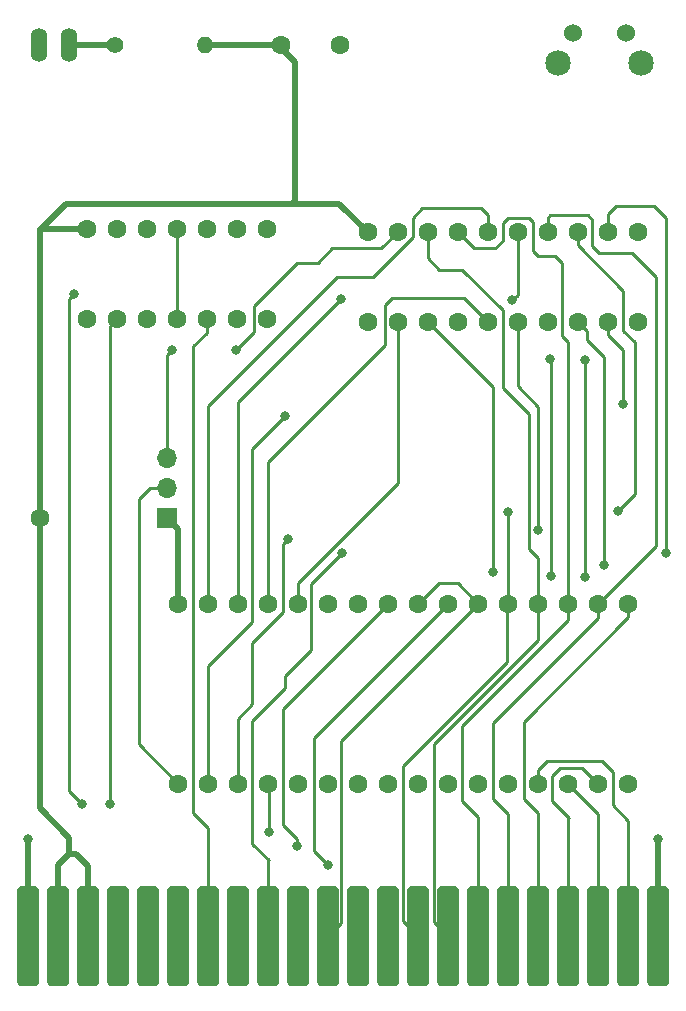
<source format=gbr>
G04 #@! TF.GenerationSoftware,KiCad,Pcbnew,(5.1.2)-2*
G04 #@! TF.CreationDate,2020-09-20T10:45:48+02:00*
G04 #@! TF.ProjectId,FCIII+e5frog134_double_holes_HCT04,46434949-492b-4653-9566-726f67313334,rev?*
G04 #@! TF.SameCoordinates,Original*
G04 #@! TF.FileFunction,Copper,L1,Top*
G04 #@! TF.FilePolarity,Positive*
%FSLAX46Y46*%
G04 Gerber Fmt 4.6, Leading zero omitted, Abs format (unit mm)*
G04 Created by KiCad (PCBNEW (5.1.2)-2) date 2020-09-20 10:45:48*
%MOMM*%
%LPD*%
G04 APERTURE LIST*
%ADD10C,1.600000*%
%ADD11O,1.400000X1.400000*%
%ADD12C,1.400000*%
%ADD13O,1.700000X1.700000*%
%ADD14R,1.700000X1.700000*%
%ADD15C,1.600200*%
%ADD16O,1.422400X2.844800*%
%ADD17C,0.100000*%
%ADD18C,1.900000*%
%ADD19C,2.159000*%
%ADD20C,1.524000*%
%ADD21C,0.800000*%
%ADD22C,0.250000*%
%ADD23C,0.500000*%
%ADD24C,0.406400*%
G04 APERTURE END LIST*
D10*
X148200000Y-66800000D03*
X143200000Y-66800000D03*
D11*
X136820000Y-66800000D03*
D12*
X129200000Y-66800000D03*
D13*
X133600000Y-101720000D03*
X133600000Y-104260000D03*
D14*
X133600000Y-106800000D03*
D15*
X134531100Y-114088600D03*
X137071100Y-114088600D03*
X139611100Y-114088600D03*
X142151100Y-114088600D03*
X144691100Y-114088600D03*
X147231100Y-114088600D03*
X149771100Y-114088600D03*
X152311100Y-114088600D03*
X154851100Y-114088600D03*
X157391100Y-114088600D03*
X159931100Y-114088600D03*
X162471100Y-114088600D03*
X165011100Y-114088600D03*
X167551100Y-114088600D03*
X170091100Y-114088600D03*
X172631100Y-114088600D03*
X172631100Y-129328600D03*
X170091100Y-129328600D03*
X167551100Y-129328600D03*
X165011100Y-129328600D03*
X162471100Y-129328600D03*
X159931100Y-129328600D03*
X157391100Y-129328600D03*
X154851100Y-129328600D03*
X152311100Y-129328600D03*
X149771100Y-129328600D03*
X147231100Y-129328600D03*
X144691100Y-129328600D03*
X142151100Y-129328600D03*
X139611100Y-129328600D03*
X137071100Y-129328600D03*
X134531100Y-129328600D03*
X150570000Y-82590000D03*
X153110000Y-82590000D03*
X155650000Y-82590000D03*
X158190000Y-82590000D03*
X160730000Y-82590000D03*
X163270000Y-82590000D03*
X165810000Y-82590000D03*
X168350000Y-82590000D03*
X170890000Y-82590000D03*
X173430000Y-82590000D03*
X173430000Y-90210000D03*
X170890000Y-90210000D03*
X168350000Y-90210000D03*
X165810000Y-90210000D03*
X163270000Y-90210000D03*
X160730000Y-90210000D03*
X158190000Y-90210000D03*
X155650000Y-90210000D03*
X153110000Y-90210000D03*
X150570000Y-90210000D03*
X126780000Y-82390000D03*
X129320000Y-82390000D03*
X131860000Y-82390000D03*
X134400000Y-82390000D03*
X136940000Y-82390000D03*
X139480000Y-82390000D03*
X142020000Y-82390000D03*
X142020000Y-90010000D03*
X139480000Y-90010000D03*
X136940000Y-90010000D03*
X134400000Y-90010000D03*
X131860000Y-90010000D03*
X129320000Y-90010000D03*
X126780000Y-90010000D03*
D16*
X122730000Y-66800000D03*
X125270000Y-66800000D03*
D17*
G36*
X175695158Y-137975887D02*
G01*
X175741268Y-137982727D01*
X175786485Y-137994053D01*
X175830375Y-138009757D01*
X175872513Y-138029687D01*
X175912496Y-138053652D01*
X175949937Y-138081420D01*
X175984476Y-138112724D01*
X176015780Y-138147263D01*
X176043548Y-138184704D01*
X176067513Y-138224687D01*
X176087443Y-138266825D01*
X176103147Y-138310715D01*
X176114473Y-138355932D01*
X176121313Y-138402042D01*
X176123600Y-138448600D01*
X176123600Y-145998600D01*
X176121313Y-146045158D01*
X176114473Y-146091268D01*
X176103147Y-146136485D01*
X176087443Y-146180375D01*
X176067513Y-146222513D01*
X176043548Y-146262496D01*
X176015780Y-146299937D01*
X175984476Y-146334476D01*
X175949937Y-146365780D01*
X175912496Y-146393548D01*
X175872513Y-146417513D01*
X175830375Y-146437443D01*
X175786485Y-146453147D01*
X175741268Y-146464473D01*
X175695158Y-146471313D01*
X175648600Y-146473600D01*
X174698600Y-146473600D01*
X174652042Y-146471313D01*
X174605932Y-146464473D01*
X174560715Y-146453147D01*
X174516825Y-146437443D01*
X174474687Y-146417513D01*
X174434704Y-146393548D01*
X174397263Y-146365780D01*
X174362724Y-146334476D01*
X174331420Y-146299937D01*
X174303652Y-146262496D01*
X174279687Y-146222513D01*
X174259757Y-146180375D01*
X174244053Y-146136485D01*
X174232727Y-146091268D01*
X174225887Y-146045158D01*
X174223600Y-145998600D01*
X174223600Y-138448600D01*
X174225887Y-138402042D01*
X174232727Y-138355932D01*
X174244053Y-138310715D01*
X174259757Y-138266825D01*
X174279687Y-138224687D01*
X174303652Y-138184704D01*
X174331420Y-138147263D01*
X174362724Y-138112724D01*
X174397263Y-138081420D01*
X174434704Y-138053652D01*
X174474687Y-138029687D01*
X174516825Y-138009757D01*
X174560715Y-137994053D01*
X174605932Y-137982727D01*
X174652042Y-137975887D01*
X174698600Y-137973600D01*
X175648600Y-137973600D01*
X175695158Y-137975887D01*
X175695158Y-137975887D01*
G37*
D18*
X175173600Y-142223600D03*
D17*
G36*
X173155158Y-137975887D02*
G01*
X173201268Y-137982727D01*
X173246485Y-137994053D01*
X173290375Y-138009757D01*
X173332513Y-138029687D01*
X173372496Y-138053652D01*
X173409937Y-138081420D01*
X173444476Y-138112724D01*
X173475780Y-138147263D01*
X173503548Y-138184704D01*
X173527513Y-138224687D01*
X173547443Y-138266825D01*
X173563147Y-138310715D01*
X173574473Y-138355932D01*
X173581313Y-138402042D01*
X173583600Y-138448600D01*
X173583600Y-145998600D01*
X173581313Y-146045158D01*
X173574473Y-146091268D01*
X173563147Y-146136485D01*
X173547443Y-146180375D01*
X173527513Y-146222513D01*
X173503548Y-146262496D01*
X173475780Y-146299937D01*
X173444476Y-146334476D01*
X173409937Y-146365780D01*
X173372496Y-146393548D01*
X173332513Y-146417513D01*
X173290375Y-146437443D01*
X173246485Y-146453147D01*
X173201268Y-146464473D01*
X173155158Y-146471313D01*
X173108600Y-146473600D01*
X172158600Y-146473600D01*
X172112042Y-146471313D01*
X172065932Y-146464473D01*
X172020715Y-146453147D01*
X171976825Y-146437443D01*
X171934687Y-146417513D01*
X171894704Y-146393548D01*
X171857263Y-146365780D01*
X171822724Y-146334476D01*
X171791420Y-146299937D01*
X171763652Y-146262496D01*
X171739687Y-146222513D01*
X171719757Y-146180375D01*
X171704053Y-146136485D01*
X171692727Y-146091268D01*
X171685887Y-146045158D01*
X171683600Y-145998600D01*
X171683600Y-138448600D01*
X171685887Y-138402042D01*
X171692727Y-138355932D01*
X171704053Y-138310715D01*
X171719757Y-138266825D01*
X171739687Y-138224687D01*
X171763652Y-138184704D01*
X171791420Y-138147263D01*
X171822724Y-138112724D01*
X171857263Y-138081420D01*
X171894704Y-138053652D01*
X171934687Y-138029687D01*
X171976825Y-138009757D01*
X172020715Y-137994053D01*
X172065932Y-137982727D01*
X172112042Y-137975887D01*
X172158600Y-137973600D01*
X173108600Y-137973600D01*
X173155158Y-137975887D01*
X173155158Y-137975887D01*
G37*
D18*
X172633600Y-142223600D03*
D17*
G36*
X170615158Y-137975887D02*
G01*
X170661268Y-137982727D01*
X170706485Y-137994053D01*
X170750375Y-138009757D01*
X170792513Y-138029687D01*
X170832496Y-138053652D01*
X170869937Y-138081420D01*
X170904476Y-138112724D01*
X170935780Y-138147263D01*
X170963548Y-138184704D01*
X170987513Y-138224687D01*
X171007443Y-138266825D01*
X171023147Y-138310715D01*
X171034473Y-138355932D01*
X171041313Y-138402042D01*
X171043600Y-138448600D01*
X171043600Y-145998600D01*
X171041313Y-146045158D01*
X171034473Y-146091268D01*
X171023147Y-146136485D01*
X171007443Y-146180375D01*
X170987513Y-146222513D01*
X170963548Y-146262496D01*
X170935780Y-146299937D01*
X170904476Y-146334476D01*
X170869937Y-146365780D01*
X170832496Y-146393548D01*
X170792513Y-146417513D01*
X170750375Y-146437443D01*
X170706485Y-146453147D01*
X170661268Y-146464473D01*
X170615158Y-146471313D01*
X170568600Y-146473600D01*
X169618600Y-146473600D01*
X169572042Y-146471313D01*
X169525932Y-146464473D01*
X169480715Y-146453147D01*
X169436825Y-146437443D01*
X169394687Y-146417513D01*
X169354704Y-146393548D01*
X169317263Y-146365780D01*
X169282724Y-146334476D01*
X169251420Y-146299937D01*
X169223652Y-146262496D01*
X169199687Y-146222513D01*
X169179757Y-146180375D01*
X169164053Y-146136485D01*
X169152727Y-146091268D01*
X169145887Y-146045158D01*
X169143600Y-145998600D01*
X169143600Y-138448600D01*
X169145887Y-138402042D01*
X169152727Y-138355932D01*
X169164053Y-138310715D01*
X169179757Y-138266825D01*
X169199687Y-138224687D01*
X169223652Y-138184704D01*
X169251420Y-138147263D01*
X169282724Y-138112724D01*
X169317263Y-138081420D01*
X169354704Y-138053652D01*
X169394687Y-138029687D01*
X169436825Y-138009757D01*
X169480715Y-137994053D01*
X169525932Y-137982727D01*
X169572042Y-137975887D01*
X169618600Y-137973600D01*
X170568600Y-137973600D01*
X170615158Y-137975887D01*
X170615158Y-137975887D01*
G37*
D18*
X170093600Y-142223600D03*
D17*
G36*
X168075158Y-137975887D02*
G01*
X168121268Y-137982727D01*
X168166485Y-137994053D01*
X168210375Y-138009757D01*
X168252513Y-138029687D01*
X168292496Y-138053652D01*
X168329937Y-138081420D01*
X168364476Y-138112724D01*
X168395780Y-138147263D01*
X168423548Y-138184704D01*
X168447513Y-138224687D01*
X168467443Y-138266825D01*
X168483147Y-138310715D01*
X168494473Y-138355932D01*
X168501313Y-138402042D01*
X168503600Y-138448600D01*
X168503600Y-145998600D01*
X168501313Y-146045158D01*
X168494473Y-146091268D01*
X168483147Y-146136485D01*
X168467443Y-146180375D01*
X168447513Y-146222513D01*
X168423548Y-146262496D01*
X168395780Y-146299937D01*
X168364476Y-146334476D01*
X168329937Y-146365780D01*
X168292496Y-146393548D01*
X168252513Y-146417513D01*
X168210375Y-146437443D01*
X168166485Y-146453147D01*
X168121268Y-146464473D01*
X168075158Y-146471313D01*
X168028600Y-146473600D01*
X167078600Y-146473600D01*
X167032042Y-146471313D01*
X166985932Y-146464473D01*
X166940715Y-146453147D01*
X166896825Y-146437443D01*
X166854687Y-146417513D01*
X166814704Y-146393548D01*
X166777263Y-146365780D01*
X166742724Y-146334476D01*
X166711420Y-146299937D01*
X166683652Y-146262496D01*
X166659687Y-146222513D01*
X166639757Y-146180375D01*
X166624053Y-146136485D01*
X166612727Y-146091268D01*
X166605887Y-146045158D01*
X166603600Y-145998600D01*
X166603600Y-138448600D01*
X166605887Y-138402042D01*
X166612727Y-138355932D01*
X166624053Y-138310715D01*
X166639757Y-138266825D01*
X166659687Y-138224687D01*
X166683652Y-138184704D01*
X166711420Y-138147263D01*
X166742724Y-138112724D01*
X166777263Y-138081420D01*
X166814704Y-138053652D01*
X166854687Y-138029687D01*
X166896825Y-138009757D01*
X166940715Y-137994053D01*
X166985932Y-137982727D01*
X167032042Y-137975887D01*
X167078600Y-137973600D01*
X168028600Y-137973600D01*
X168075158Y-137975887D01*
X168075158Y-137975887D01*
G37*
D18*
X167553600Y-142223600D03*
D17*
G36*
X165535158Y-137975887D02*
G01*
X165581268Y-137982727D01*
X165626485Y-137994053D01*
X165670375Y-138009757D01*
X165712513Y-138029687D01*
X165752496Y-138053652D01*
X165789937Y-138081420D01*
X165824476Y-138112724D01*
X165855780Y-138147263D01*
X165883548Y-138184704D01*
X165907513Y-138224687D01*
X165927443Y-138266825D01*
X165943147Y-138310715D01*
X165954473Y-138355932D01*
X165961313Y-138402042D01*
X165963600Y-138448600D01*
X165963600Y-145998600D01*
X165961313Y-146045158D01*
X165954473Y-146091268D01*
X165943147Y-146136485D01*
X165927443Y-146180375D01*
X165907513Y-146222513D01*
X165883548Y-146262496D01*
X165855780Y-146299937D01*
X165824476Y-146334476D01*
X165789937Y-146365780D01*
X165752496Y-146393548D01*
X165712513Y-146417513D01*
X165670375Y-146437443D01*
X165626485Y-146453147D01*
X165581268Y-146464473D01*
X165535158Y-146471313D01*
X165488600Y-146473600D01*
X164538600Y-146473600D01*
X164492042Y-146471313D01*
X164445932Y-146464473D01*
X164400715Y-146453147D01*
X164356825Y-146437443D01*
X164314687Y-146417513D01*
X164274704Y-146393548D01*
X164237263Y-146365780D01*
X164202724Y-146334476D01*
X164171420Y-146299937D01*
X164143652Y-146262496D01*
X164119687Y-146222513D01*
X164099757Y-146180375D01*
X164084053Y-146136485D01*
X164072727Y-146091268D01*
X164065887Y-146045158D01*
X164063600Y-145998600D01*
X164063600Y-138448600D01*
X164065887Y-138402042D01*
X164072727Y-138355932D01*
X164084053Y-138310715D01*
X164099757Y-138266825D01*
X164119687Y-138224687D01*
X164143652Y-138184704D01*
X164171420Y-138147263D01*
X164202724Y-138112724D01*
X164237263Y-138081420D01*
X164274704Y-138053652D01*
X164314687Y-138029687D01*
X164356825Y-138009757D01*
X164400715Y-137994053D01*
X164445932Y-137982727D01*
X164492042Y-137975887D01*
X164538600Y-137973600D01*
X165488600Y-137973600D01*
X165535158Y-137975887D01*
X165535158Y-137975887D01*
G37*
D18*
X165013600Y-142223600D03*
D17*
G36*
X162995158Y-137975887D02*
G01*
X163041268Y-137982727D01*
X163086485Y-137994053D01*
X163130375Y-138009757D01*
X163172513Y-138029687D01*
X163212496Y-138053652D01*
X163249937Y-138081420D01*
X163284476Y-138112724D01*
X163315780Y-138147263D01*
X163343548Y-138184704D01*
X163367513Y-138224687D01*
X163387443Y-138266825D01*
X163403147Y-138310715D01*
X163414473Y-138355932D01*
X163421313Y-138402042D01*
X163423600Y-138448600D01*
X163423600Y-145998600D01*
X163421313Y-146045158D01*
X163414473Y-146091268D01*
X163403147Y-146136485D01*
X163387443Y-146180375D01*
X163367513Y-146222513D01*
X163343548Y-146262496D01*
X163315780Y-146299937D01*
X163284476Y-146334476D01*
X163249937Y-146365780D01*
X163212496Y-146393548D01*
X163172513Y-146417513D01*
X163130375Y-146437443D01*
X163086485Y-146453147D01*
X163041268Y-146464473D01*
X162995158Y-146471313D01*
X162948600Y-146473600D01*
X161998600Y-146473600D01*
X161952042Y-146471313D01*
X161905932Y-146464473D01*
X161860715Y-146453147D01*
X161816825Y-146437443D01*
X161774687Y-146417513D01*
X161734704Y-146393548D01*
X161697263Y-146365780D01*
X161662724Y-146334476D01*
X161631420Y-146299937D01*
X161603652Y-146262496D01*
X161579687Y-146222513D01*
X161559757Y-146180375D01*
X161544053Y-146136485D01*
X161532727Y-146091268D01*
X161525887Y-146045158D01*
X161523600Y-145998600D01*
X161523600Y-138448600D01*
X161525887Y-138402042D01*
X161532727Y-138355932D01*
X161544053Y-138310715D01*
X161559757Y-138266825D01*
X161579687Y-138224687D01*
X161603652Y-138184704D01*
X161631420Y-138147263D01*
X161662724Y-138112724D01*
X161697263Y-138081420D01*
X161734704Y-138053652D01*
X161774687Y-138029687D01*
X161816825Y-138009757D01*
X161860715Y-137994053D01*
X161905932Y-137982727D01*
X161952042Y-137975887D01*
X161998600Y-137973600D01*
X162948600Y-137973600D01*
X162995158Y-137975887D01*
X162995158Y-137975887D01*
G37*
D18*
X162473600Y-142223600D03*
D17*
G36*
X160455158Y-137975887D02*
G01*
X160501268Y-137982727D01*
X160546485Y-137994053D01*
X160590375Y-138009757D01*
X160632513Y-138029687D01*
X160672496Y-138053652D01*
X160709937Y-138081420D01*
X160744476Y-138112724D01*
X160775780Y-138147263D01*
X160803548Y-138184704D01*
X160827513Y-138224687D01*
X160847443Y-138266825D01*
X160863147Y-138310715D01*
X160874473Y-138355932D01*
X160881313Y-138402042D01*
X160883600Y-138448600D01*
X160883600Y-145998600D01*
X160881313Y-146045158D01*
X160874473Y-146091268D01*
X160863147Y-146136485D01*
X160847443Y-146180375D01*
X160827513Y-146222513D01*
X160803548Y-146262496D01*
X160775780Y-146299937D01*
X160744476Y-146334476D01*
X160709937Y-146365780D01*
X160672496Y-146393548D01*
X160632513Y-146417513D01*
X160590375Y-146437443D01*
X160546485Y-146453147D01*
X160501268Y-146464473D01*
X160455158Y-146471313D01*
X160408600Y-146473600D01*
X159458600Y-146473600D01*
X159412042Y-146471313D01*
X159365932Y-146464473D01*
X159320715Y-146453147D01*
X159276825Y-146437443D01*
X159234687Y-146417513D01*
X159194704Y-146393548D01*
X159157263Y-146365780D01*
X159122724Y-146334476D01*
X159091420Y-146299937D01*
X159063652Y-146262496D01*
X159039687Y-146222513D01*
X159019757Y-146180375D01*
X159004053Y-146136485D01*
X158992727Y-146091268D01*
X158985887Y-146045158D01*
X158983600Y-145998600D01*
X158983600Y-138448600D01*
X158985887Y-138402042D01*
X158992727Y-138355932D01*
X159004053Y-138310715D01*
X159019757Y-138266825D01*
X159039687Y-138224687D01*
X159063652Y-138184704D01*
X159091420Y-138147263D01*
X159122724Y-138112724D01*
X159157263Y-138081420D01*
X159194704Y-138053652D01*
X159234687Y-138029687D01*
X159276825Y-138009757D01*
X159320715Y-137994053D01*
X159365932Y-137982727D01*
X159412042Y-137975887D01*
X159458600Y-137973600D01*
X160408600Y-137973600D01*
X160455158Y-137975887D01*
X160455158Y-137975887D01*
G37*
D18*
X159933600Y-142223600D03*
D17*
G36*
X157915158Y-137975887D02*
G01*
X157961268Y-137982727D01*
X158006485Y-137994053D01*
X158050375Y-138009757D01*
X158092513Y-138029687D01*
X158132496Y-138053652D01*
X158169937Y-138081420D01*
X158204476Y-138112724D01*
X158235780Y-138147263D01*
X158263548Y-138184704D01*
X158287513Y-138224687D01*
X158307443Y-138266825D01*
X158323147Y-138310715D01*
X158334473Y-138355932D01*
X158341313Y-138402042D01*
X158343600Y-138448600D01*
X158343600Y-145998600D01*
X158341313Y-146045158D01*
X158334473Y-146091268D01*
X158323147Y-146136485D01*
X158307443Y-146180375D01*
X158287513Y-146222513D01*
X158263548Y-146262496D01*
X158235780Y-146299937D01*
X158204476Y-146334476D01*
X158169937Y-146365780D01*
X158132496Y-146393548D01*
X158092513Y-146417513D01*
X158050375Y-146437443D01*
X158006485Y-146453147D01*
X157961268Y-146464473D01*
X157915158Y-146471313D01*
X157868600Y-146473600D01*
X156918600Y-146473600D01*
X156872042Y-146471313D01*
X156825932Y-146464473D01*
X156780715Y-146453147D01*
X156736825Y-146437443D01*
X156694687Y-146417513D01*
X156654704Y-146393548D01*
X156617263Y-146365780D01*
X156582724Y-146334476D01*
X156551420Y-146299937D01*
X156523652Y-146262496D01*
X156499687Y-146222513D01*
X156479757Y-146180375D01*
X156464053Y-146136485D01*
X156452727Y-146091268D01*
X156445887Y-146045158D01*
X156443600Y-145998600D01*
X156443600Y-138448600D01*
X156445887Y-138402042D01*
X156452727Y-138355932D01*
X156464053Y-138310715D01*
X156479757Y-138266825D01*
X156499687Y-138224687D01*
X156523652Y-138184704D01*
X156551420Y-138147263D01*
X156582724Y-138112724D01*
X156617263Y-138081420D01*
X156654704Y-138053652D01*
X156694687Y-138029687D01*
X156736825Y-138009757D01*
X156780715Y-137994053D01*
X156825932Y-137982727D01*
X156872042Y-137975887D01*
X156918600Y-137973600D01*
X157868600Y-137973600D01*
X157915158Y-137975887D01*
X157915158Y-137975887D01*
G37*
D18*
X157393600Y-142223600D03*
D17*
G36*
X155375158Y-137975887D02*
G01*
X155421268Y-137982727D01*
X155466485Y-137994053D01*
X155510375Y-138009757D01*
X155552513Y-138029687D01*
X155592496Y-138053652D01*
X155629937Y-138081420D01*
X155664476Y-138112724D01*
X155695780Y-138147263D01*
X155723548Y-138184704D01*
X155747513Y-138224687D01*
X155767443Y-138266825D01*
X155783147Y-138310715D01*
X155794473Y-138355932D01*
X155801313Y-138402042D01*
X155803600Y-138448600D01*
X155803600Y-145998600D01*
X155801313Y-146045158D01*
X155794473Y-146091268D01*
X155783147Y-146136485D01*
X155767443Y-146180375D01*
X155747513Y-146222513D01*
X155723548Y-146262496D01*
X155695780Y-146299937D01*
X155664476Y-146334476D01*
X155629937Y-146365780D01*
X155592496Y-146393548D01*
X155552513Y-146417513D01*
X155510375Y-146437443D01*
X155466485Y-146453147D01*
X155421268Y-146464473D01*
X155375158Y-146471313D01*
X155328600Y-146473600D01*
X154378600Y-146473600D01*
X154332042Y-146471313D01*
X154285932Y-146464473D01*
X154240715Y-146453147D01*
X154196825Y-146437443D01*
X154154687Y-146417513D01*
X154114704Y-146393548D01*
X154077263Y-146365780D01*
X154042724Y-146334476D01*
X154011420Y-146299937D01*
X153983652Y-146262496D01*
X153959687Y-146222513D01*
X153939757Y-146180375D01*
X153924053Y-146136485D01*
X153912727Y-146091268D01*
X153905887Y-146045158D01*
X153903600Y-145998600D01*
X153903600Y-138448600D01*
X153905887Y-138402042D01*
X153912727Y-138355932D01*
X153924053Y-138310715D01*
X153939757Y-138266825D01*
X153959687Y-138224687D01*
X153983652Y-138184704D01*
X154011420Y-138147263D01*
X154042724Y-138112724D01*
X154077263Y-138081420D01*
X154114704Y-138053652D01*
X154154687Y-138029687D01*
X154196825Y-138009757D01*
X154240715Y-137994053D01*
X154285932Y-137982727D01*
X154332042Y-137975887D01*
X154378600Y-137973600D01*
X155328600Y-137973600D01*
X155375158Y-137975887D01*
X155375158Y-137975887D01*
G37*
D18*
X154853600Y-142223600D03*
D17*
G36*
X152835158Y-137975887D02*
G01*
X152881268Y-137982727D01*
X152926485Y-137994053D01*
X152970375Y-138009757D01*
X153012513Y-138029687D01*
X153052496Y-138053652D01*
X153089937Y-138081420D01*
X153124476Y-138112724D01*
X153155780Y-138147263D01*
X153183548Y-138184704D01*
X153207513Y-138224687D01*
X153227443Y-138266825D01*
X153243147Y-138310715D01*
X153254473Y-138355932D01*
X153261313Y-138402042D01*
X153263600Y-138448600D01*
X153263600Y-145998600D01*
X153261313Y-146045158D01*
X153254473Y-146091268D01*
X153243147Y-146136485D01*
X153227443Y-146180375D01*
X153207513Y-146222513D01*
X153183548Y-146262496D01*
X153155780Y-146299937D01*
X153124476Y-146334476D01*
X153089937Y-146365780D01*
X153052496Y-146393548D01*
X153012513Y-146417513D01*
X152970375Y-146437443D01*
X152926485Y-146453147D01*
X152881268Y-146464473D01*
X152835158Y-146471313D01*
X152788600Y-146473600D01*
X151838600Y-146473600D01*
X151792042Y-146471313D01*
X151745932Y-146464473D01*
X151700715Y-146453147D01*
X151656825Y-146437443D01*
X151614687Y-146417513D01*
X151574704Y-146393548D01*
X151537263Y-146365780D01*
X151502724Y-146334476D01*
X151471420Y-146299937D01*
X151443652Y-146262496D01*
X151419687Y-146222513D01*
X151399757Y-146180375D01*
X151384053Y-146136485D01*
X151372727Y-146091268D01*
X151365887Y-146045158D01*
X151363600Y-145998600D01*
X151363600Y-138448600D01*
X151365887Y-138402042D01*
X151372727Y-138355932D01*
X151384053Y-138310715D01*
X151399757Y-138266825D01*
X151419687Y-138224687D01*
X151443652Y-138184704D01*
X151471420Y-138147263D01*
X151502724Y-138112724D01*
X151537263Y-138081420D01*
X151574704Y-138053652D01*
X151614687Y-138029687D01*
X151656825Y-138009757D01*
X151700715Y-137994053D01*
X151745932Y-137982727D01*
X151792042Y-137975887D01*
X151838600Y-137973600D01*
X152788600Y-137973600D01*
X152835158Y-137975887D01*
X152835158Y-137975887D01*
G37*
D18*
X152313600Y-142223600D03*
D17*
G36*
X122355158Y-137975887D02*
G01*
X122401268Y-137982727D01*
X122446485Y-137994053D01*
X122490375Y-138009757D01*
X122532513Y-138029687D01*
X122572496Y-138053652D01*
X122609937Y-138081420D01*
X122644476Y-138112724D01*
X122675780Y-138147263D01*
X122703548Y-138184704D01*
X122727513Y-138224687D01*
X122747443Y-138266825D01*
X122763147Y-138310715D01*
X122774473Y-138355932D01*
X122781313Y-138402042D01*
X122783600Y-138448600D01*
X122783600Y-145998600D01*
X122781313Y-146045158D01*
X122774473Y-146091268D01*
X122763147Y-146136485D01*
X122747443Y-146180375D01*
X122727513Y-146222513D01*
X122703548Y-146262496D01*
X122675780Y-146299937D01*
X122644476Y-146334476D01*
X122609937Y-146365780D01*
X122572496Y-146393548D01*
X122532513Y-146417513D01*
X122490375Y-146437443D01*
X122446485Y-146453147D01*
X122401268Y-146464473D01*
X122355158Y-146471313D01*
X122308600Y-146473600D01*
X121358600Y-146473600D01*
X121312042Y-146471313D01*
X121265932Y-146464473D01*
X121220715Y-146453147D01*
X121176825Y-146437443D01*
X121134687Y-146417513D01*
X121094704Y-146393548D01*
X121057263Y-146365780D01*
X121022724Y-146334476D01*
X120991420Y-146299937D01*
X120963652Y-146262496D01*
X120939687Y-146222513D01*
X120919757Y-146180375D01*
X120904053Y-146136485D01*
X120892727Y-146091268D01*
X120885887Y-146045158D01*
X120883600Y-145998600D01*
X120883600Y-138448600D01*
X120885887Y-138402042D01*
X120892727Y-138355932D01*
X120904053Y-138310715D01*
X120919757Y-138266825D01*
X120939687Y-138224687D01*
X120963652Y-138184704D01*
X120991420Y-138147263D01*
X121022724Y-138112724D01*
X121057263Y-138081420D01*
X121094704Y-138053652D01*
X121134687Y-138029687D01*
X121176825Y-138009757D01*
X121220715Y-137994053D01*
X121265932Y-137982727D01*
X121312042Y-137975887D01*
X121358600Y-137973600D01*
X122308600Y-137973600D01*
X122355158Y-137975887D01*
X122355158Y-137975887D01*
G37*
D18*
X121833600Y-142223600D03*
D17*
G36*
X124895158Y-137975887D02*
G01*
X124941268Y-137982727D01*
X124986485Y-137994053D01*
X125030375Y-138009757D01*
X125072513Y-138029687D01*
X125112496Y-138053652D01*
X125149937Y-138081420D01*
X125184476Y-138112724D01*
X125215780Y-138147263D01*
X125243548Y-138184704D01*
X125267513Y-138224687D01*
X125287443Y-138266825D01*
X125303147Y-138310715D01*
X125314473Y-138355932D01*
X125321313Y-138402042D01*
X125323600Y-138448600D01*
X125323600Y-145998600D01*
X125321313Y-146045158D01*
X125314473Y-146091268D01*
X125303147Y-146136485D01*
X125287443Y-146180375D01*
X125267513Y-146222513D01*
X125243548Y-146262496D01*
X125215780Y-146299937D01*
X125184476Y-146334476D01*
X125149937Y-146365780D01*
X125112496Y-146393548D01*
X125072513Y-146417513D01*
X125030375Y-146437443D01*
X124986485Y-146453147D01*
X124941268Y-146464473D01*
X124895158Y-146471313D01*
X124848600Y-146473600D01*
X123898600Y-146473600D01*
X123852042Y-146471313D01*
X123805932Y-146464473D01*
X123760715Y-146453147D01*
X123716825Y-146437443D01*
X123674687Y-146417513D01*
X123634704Y-146393548D01*
X123597263Y-146365780D01*
X123562724Y-146334476D01*
X123531420Y-146299937D01*
X123503652Y-146262496D01*
X123479687Y-146222513D01*
X123459757Y-146180375D01*
X123444053Y-146136485D01*
X123432727Y-146091268D01*
X123425887Y-146045158D01*
X123423600Y-145998600D01*
X123423600Y-138448600D01*
X123425887Y-138402042D01*
X123432727Y-138355932D01*
X123444053Y-138310715D01*
X123459757Y-138266825D01*
X123479687Y-138224687D01*
X123503652Y-138184704D01*
X123531420Y-138147263D01*
X123562724Y-138112724D01*
X123597263Y-138081420D01*
X123634704Y-138053652D01*
X123674687Y-138029687D01*
X123716825Y-138009757D01*
X123760715Y-137994053D01*
X123805932Y-137982727D01*
X123852042Y-137975887D01*
X123898600Y-137973600D01*
X124848600Y-137973600D01*
X124895158Y-137975887D01*
X124895158Y-137975887D01*
G37*
D18*
X124373600Y-142223600D03*
D17*
G36*
X127435158Y-137975887D02*
G01*
X127481268Y-137982727D01*
X127526485Y-137994053D01*
X127570375Y-138009757D01*
X127612513Y-138029687D01*
X127652496Y-138053652D01*
X127689937Y-138081420D01*
X127724476Y-138112724D01*
X127755780Y-138147263D01*
X127783548Y-138184704D01*
X127807513Y-138224687D01*
X127827443Y-138266825D01*
X127843147Y-138310715D01*
X127854473Y-138355932D01*
X127861313Y-138402042D01*
X127863600Y-138448600D01*
X127863600Y-145998600D01*
X127861313Y-146045158D01*
X127854473Y-146091268D01*
X127843147Y-146136485D01*
X127827443Y-146180375D01*
X127807513Y-146222513D01*
X127783548Y-146262496D01*
X127755780Y-146299937D01*
X127724476Y-146334476D01*
X127689937Y-146365780D01*
X127652496Y-146393548D01*
X127612513Y-146417513D01*
X127570375Y-146437443D01*
X127526485Y-146453147D01*
X127481268Y-146464473D01*
X127435158Y-146471313D01*
X127388600Y-146473600D01*
X126438600Y-146473600D01*
X126392042Y-146471313D01*
X126345932Y-146464473D01*
X126300715Y-146453147D01*
X126256825Y-146437443D01*
X126214687Y-146417513D01*
X126174704Y-146393548D01*
X126137263Y-146365780D01*
X126102724Y-146334476D01*
X126071420Y-146299937D01*
X126043652Y-146262496D01*
X126019687Y-146222513D01*
X125999757Y-146180375D01*
X125984053Y-146136485D01*
X125972727Y-146091268D01*
X125965887Y-146045158D01*
X125963600Y-145998600D01*
X125963600Y-138448600D01*
X125965887Y-138402042D01*
X125972727Y-138355932D01*
X125984053Y-138310715D01*
X125999757Y-138266825D01*
X126019687Y-138224687D01*
X126043652Y-138184704D01*
X126071420Y-138147263D01*
X126102724Y-138112724D01*
X126137263Y-138081420D01*
X126174704Y-138053652D01*
X126214687Y-138029687D01*
X126256825Y-138009757D01*
X126300715Y-137994053D01*
X126345932Y-137982727D01*
X126392042Y-137975887D01*
X126438600Y-137973600D01*
X127388600Y-137973600D01*
X127435158Y-137975887D01*
X127435158Y-137975887D01*
G37*
D18*
X126913600Y-142223600D03*
D17*
G36*
X129975158Y-137975887D02*
G01*
X130021268Y-137982727D01*
X130066485Y-137994053D01*
X130110375Y-138009757D01*
X130152513Y-138029687D01*
X130192496Y-138053652D01*
X130229937Y-138081420D01*
X130264476Y-138112724D01*
X130295780Y-138147263D01*
X130323548Y-138184704D01*
X130347513Y-138224687D01*
X130367443Y-138266825D01*
X130383147Y-138310715D01*
X130394473Y-138355932D01*
X130401313Y-138402042D01*
X130403600Y-138448600D01*
X130403600Y-145998600D01*
X130401313Y-146045158D01*
X130394473Y-146091268D01*
X130383147Y-146136485D01*
X130367443Y-146180375D01*
X130347513Y-146222513D01*
X130323548Y-146262496D01*
X130295780Y-146299937D01*
X130264476Y-146334476D01*
X130229937Y-146365780D01*
X130192496Y-146393548D01*
X130152513Y-146417513D01*
X130110375Y-146437443D01*
X130066485Y-146453147D01*
X130021268Y-146464473D01*
X129975158Y-146471313D01*
X129928600Y-146473600D01*
X128978600Y-146473600D01*
X128932042Y-146471313D01*
X128885932Y-146464473D01*
X128840715Y-146453147D01*
X128796825Y-146437443D01*
X128754687Y-146417513D01*
X128714704Y-146393548D01*
X128677263Y-146365780D01*
X128642724Y-146334476D01*
X128611420Y-146299937D01*
X128583652Y-146262496D01*
X128559687Y-146222513D01*
X128539757Y-146180375D01*
X128524053Y-146136485D01*
X128512727Y-146091268D01*
X128505887Y-146045158D01*
X128503600Y-145998600D01*
X128503600Y-138448600D01*
X128505887Y-138402042D01*
X128512727Y-138355932D01*
X128524053Y-138310715D01*
X128539757Y-138266825D01*
X128559687Y-138224687D01*
X128583652Y-138184704D01*
X128611420Y-138147263D01*
X128642724Y-138112724D01*
X128677263Y-138081420D01*
X128714704Y-138053652D01*
X128754687Y-138029687D01*
X128796825Y-138009757D01*
X128840715Y-137994053D01*
X128885932Y-137982727D01*
X128932042Y-137975887D01*
X128978600Y-137973600D01*
X129928600Y-137973600D01*
X129975158Y-137975887D01*
X129975158Y-137975887D01*
G37*
D18*
X129453600Y-142223600D03*
D17*
G36*
X132515158Y-137975887D02*
G01*
X132561268Y-137982727D01*
X132606485Y-137994053D01*
X132650375Y-138009757D01*
X132692513Y-138029687D01*
X132732496Y-138053652D01*
X132769937Y-138081420D01*
X132804476Y-138112724D01*
X132835780Y-138147263D01*
X132863548Y-138184704D01*
X132887513Y-138224687D01*
X132907443Y-138266825D01*
X132923147Y-138310715D01*
X132934473Y-138355932D01*
X132941313Y-138402042D01*
X132943600Y-138448600D01*
X132943600Y-145998600D01*
X132941313Y-146045158D01*
X132934473Y-146091268D01*
X132923147Y-146136485D01*
X132907443Y-146180375D01*
X132887513Y-146222513D01*
X132863548Y-146262496D01*
X132835780Y-146299937D01*
X132804476Y-146334476D01*
X132769937Y-146365780D01*
X132732496Y-146393548D01*
X132692513Y-146417513D01*
X132650375Y-146437443D01*
X132606485Y-146453147D01*
X132561268Y-146464473D01*
X132515158Y-146471313D01*
X132468600Y-146473600D01*
X131518600Y-146473600D01*
X131472042Y-146471313D01*
X131425932Y-146464473D01*
X131380715Y-146453147D01*
X131336825Y-146437443D01*
X131294687Y-146417513D01*
X131254704Y-146393548D01*
X131217263Y-146365780D01*
X131182724Y-146334476D01*
X131151420Y-146299937D01*
X131123652Y-146262496D01*
X131099687Y-146222513D01*
X131079757Y-146180375D01*
X131064053Y-146136485D01*
X131052727Y-146091268D01*
X131045887Y-146045158D01*
X131043600Y-145998600D01*
X131043600Y-138448600D01*
X131045887Y-138402042D01*
X131052727Y-138355932D01*
X131064053Y-138310715D01*
X131079757Y-138266825D01*
X131099687Y-138224687D01*
X131123652Y-138184704D01*
X131151420Y-138147263D01*
X131182724Y-138112724D01*
X131217263Y-138081420D01*
X131254704Y-138053652D01*
X131294687Y-138029687D01*
X131336825Y-138009757D01*
X131380715Y-137994053D01*
X131425932Y-137982727D01*
X131472042Y-137975887D01*
X131518600Y-137973600D01*
X132468600Y-137973600D01*
X132515158Y-137975887D01*
X132515158Y-137975887D01*
G37*
D18*
X131993600Y-142223600D03*
D17*
G36*
X135055158Y-137975887D02*
G01*
X135101268Y-137982727D01*
X135146485Y-137994053D01*
X135190375Y-138009757D01*
X135232513Y-138029687D01*
X135272496Y-138053652D01*
X135309937Y-138081420D01*
X135344476Y-138112724D01*
X135375780Y-138147263D01*
X135403548Y-138184704D01*
X135427513Y-138224687D01*
X135447443Y-138266825D01*
X135463147Y-138310715D01*
X135474473Y-138355932D01*
X135481313Y-138402042D01*
X135483600Y-138448600D01*
X135483600Y-145998600D01*
X135481313Y-146045158D01*
X135474473Y-146091268D01*
X135463147Y-146136485D01*
X135447443Y-146180375D01*
X135427513Y-146222513D01*
X135403548Y-146262496D01*
X135375780Y-146299937D01*
X135344476Y-146334476D01*
X135309937Y-146365780D01*
X135272496Y-146393548D01*
X135232513Y-146417513D01*
X135190375Y-146437443D01*
X135146485Y-146453147D01*
X135101268Y-146464473D01*
X135055158Y-146471313D01*
X135008600Y-146473600D01*
X134058600Y-146473600D01*
X134012042Y-146471313D01*
X133965932Y-146464473D01*
X133920715Y-146453147D01*
X133876825Y-146437443D01*
X133834687Y-146417513D01*
X133794704Y-146393548D01*
X133757263Y-146365780D01*
X133722724Y-146334476D01*
X133691420Y-146299937D01*
X133663652Y-146262496D01*
X133639687Y-146222513D01*
X133619757Y-146180375D01*
X133604053Y-146136485D01*
X133592727Y-146091268D01*
X133585887Y-146045158D01*
X133583600Y-145998600D01*
X133583600Y-138448600D01*
X133585887Y-138402042D01*
X133592727Y-138355932D01*
X133604053Y-138310715D01*
X133619757Y-138266825D01*
X133639687Y-138224687D01*
X133663652Y-138184704D01*
X133691420Y-138147263D01*
X133722724Y-138112724D01*
X133757263Y-138081420D01*
X133794704Y-138053652D01*
X133834687Y-138029687D01*
X133876825Y-138009757D01*
X133920715Y-137994053D01*
X133965932Y-137982727D01*
X134012042Y-137975887D01*
X134058600Y-137973600D01*
X135008600Y-137973600D01*
X135055158Y-137975887D01*
X135055158Y-137975887D01*
G37*
D18*
X134533600Y-142223600D03*
D17*
G36*
X137595158Y-137975887D02*
G01*
X137641268Y-137982727D01*
X137686485Y-137994053D01*
X137730375Y-138009757D01*
X137772513Y-138029687D01*
X137812496Y-138053652D01*
X137849937Y-138081420D01*
X137884476Y-138112724D01*
X137915780Y-138147263D01*
X137943548Y-138184704D01*
X137967513Y-138224687D01*
X137987443Y-138266825D01*
X138003147Y-138310715D01*
X138014473Y-138355932D01*
X138021313Y-138402042D01*
X138023600Y-138448600D01*
X138023600Y-145998600D01*
X138021313Y-146045158D01*
X138014473Y-146091268D01*
X138003147Y-146136485D01*
X137987443Y-146180375D01*
X137967513Y-146222513D01*
X137943548Y-146262496D01*
X137915780Y-146299937D01*
X137884476Y-146334476D01*
X137849937Y-146365780D01*
X137812496Y-146393548D01*
X137772513Y-146417513D01*
X137730375Y-146437443D01*
X137686485Y-146453147D01*
X137641268Y-146464473D01*
X137595158Y-146471313D01*
X137548600Y-146473600D01*
X136598600Y-146473600D01*
X136552042Y-146471313D01*
X136505932Y-146464473D01*
X136460715Y-146453147D01*
X136416825Y-146437443D01*
X136374687Y-146417513D01*
X136334704Y-146393548D01*
X136297263Y-146365780D01*
X136262724Y-146334476D01*
X136231420Y-146299937D01*
X136203652Y-146262496D01*
X136179687Y-146222513D01*
X136159757Y-146180375D01*
X136144053Y-146136485D01*
X136132727Y-146091268D01*
X136125887Y-146045158D01*
X136123600Y-145998600D01*
X136123600Y-138448600D01*
X136125887Y-138402042D01*
X136132727Y-138355932D01*
X136144053Y-138310715D01*
X136159757Y-138266825D01*
X136179687Y-138224687D01*
X136203652Y-138184704D01*
X136231420Y-138147263D01*
X136262724Y-138112724D01*
X136297263Y-138081420D01*
X136334704Y-138053652D01*
X136374687Y-138029687D01*
X136416825Y-138009757D01*
X136460715Y-137994053D01*
X136505932Y-137982727D01*
X136552042Y-137975887D01*
X136598600Y-137973600D01*
X137548600Y-137973600D01*
X137595158Y-137975887D01*
X137595158Y-137975887D01*
G37*
D18*
X137073600Y-142223600D03*
D17*
G36*
X140135158Y-137975887D02*
G01*
X140181268Y-137982727D01*
X140226485Y-137994053D01*
X140270375Y-138009757D01*
X140312513Y-138029687D01*
X140352496Y-138053652D01*
X140389937Y-138081420D01*
X140424476Y-138112724D01*
X140455780Y-138147263D01*
X140483548Y-138184704D01*
X140507513Y-138224687D01*
X140527443Y-138266825D01*
X140543147Y-138310715D01*
X140554473Y-138355932D01*
X140561313Y-138402042D01*
X140563600Y-138448600D01*
X140563600Y-145998600D01*
X140561313Y-146045158D01*
X140554473Y-146091268D01*
X140543147Y-146136485D01*
X140527443Y-146180375D01*
X140507513Y-146222513D01*
X140483548Y-146262496D01*
X140455780Y-146299937D01*
X140424476Y-146334476D01*
X140389937Y-146365780D01*
X140352496Y-146393548D01*
X140312513Y-146417513D01*
X140270375Y-146437443D01*
X140226485Y-146453147D01*
X140181268Y-146464473D01*
X140135158Y-146471313D01*
X140088600Y-146473600D01*
X139138600Y-146473600D01*
X139092042Y-146471313D01*
X139045932Y-146464473D01*
X139000715Y-146453147D01*
X138956825Y-146437443D01*
X138914687Y-146417513D01*
X138874704Y-146393548D01*
X138837263Y-146365780D01*
X138802724Y-146334476D01*
X138771420Y-146299937D01*
X138743652Y-146262496D01*
X138719687Y-146222513D01*
X138699757Y-146180375D01*
X138684053Y-146136485D01*
X138672727Y-146091268D01*
X138665887Y-146045158D01*
X138663600Y-145998600D01*
X138663600Y-138448600D01*
X138665887Y-138402042D01*
X138672727Y-138355932D01*
X138684053Y-138310715D01*
X138699757Y-138266825D01*
X138719687Y-138224687D01*
X138743652Y-138184704D01*
X138771420Y-138147263D01*
X138802724Y-138112724D01*
X138837263Y-138081420D01*
X138874704Y-138053652D01*
X138914687Y-138029687D01*
X138956825Y-138009757D01*
X139000715Y-137994053D01*
X139045932Y-137982727D01*
X139092042Y-137975887D01*
X139138600Y-137973600D01*
X140088600Y-137973600D01*
X140135158Y-137975887D01*
X140135158Y-137975887D01*
G37*
D18*
X139613600Y-142223600D03*
D17*
G36*
X142675158Y-137975887D02*
G01*
X142721268Y-137982727D01*
X142766485Y-137994053D01*
X142810375Y-138009757D01*
X142852513Y-138029687D01*
X142892496Y-138053652D01*
X142929937Y-138081420D01*
X142964476Y-138112724D01*
X142995780Y-138147263D01*
X143023548Y-138184704D01*
X143047513Y-138224687D01*
X143067443Y-138266825D01*
X143083147Y-138310715D01*
X143094473Y-138355932D01*
X143101313Y-138402042D01*
X143103600Y-138448600D01*
X143103600Y-145998600D01*
X143101313Y-146045158D01*
X143094473Y-146091268D01*
X143083147Y-146136485D01*
X143067443Y-146180375D01*
X143047513Y-146222513D01*
X143023548Y-146262496D01*
X142995780Y-146299937D01*
X142964476Y-146334476D01*
X142929937Y-146365780D01*
X142892496Y-146393548D01*
X142852513Y-146417513D01*
X142810375Y-146437443D01*
X142766485Y-146453147D01*
X142721268Y-146464473D01*
X142675158Y-146471313D01*
X142628600Y-146473600D01*
X141678600Y-146473600D01*
X141632042Y-146471313D01*
X141585932Y-146464473D01*
X141540715Y-146453147D01*
X141496825Y-146437443D01*
X141454687Y-146417513D01*
X141414704Y-146393548D01*
X141377263Y-146365780D01*
X141342724Y-146334476D01*
X141311420Y-146299937D01*
X141283652Y-146262496D01*
X141259687Y-146222513D01*
X141239757Y-146180375D01*
X141224053Y-146136485D01*
X141212727Y-146091268D01*
X141205887Y-146045158D01*
X141203600Y-145998600D01*
X141203600Y-138448600D01*
X141205887Y-138402042D01*
X141212727Y-138355932D01*
X141224053Y-138310715D01*
X141239757Y-138266825D01*
X141259687Y-138224687D01*
X141283652Y-138184704D01*
X141311420Y-138147263D01*
X141342724Y-138112724D01*
X141377263Y-138081420D01*
X141414704Y-138053652D01*
X141454687Y-138029687D01*
X141496825Y-138009757D01*
X141540715Y-137994053D01*
X141585932Y-137982727D01*
X141632042Y-137975887D01*
X141678600Y-137973600D01*
X142628600Y-137973600D01*
X142675158Y-137975887D01*
X142675158Y-137975887D01*
G37*
D18*
X142153600Y-142223600D03*
D17*
G36*
X145215158Y-137975887D02*
G01*
X145261268Y-137982727D01*
X145306485Y-137994053D01*
X145350375Y-138009757D01*
X145392513Y-138029687D01*
X145432496Y-138053652D01*
X145469937Y-138081420D01*
X145504476Y-138112724D01*
X145535780Y-138147263D01*
X145563548Y-138184704D01*
X145587513Y-138224687D01*
X145607443Y-138266825D01*
X145623147Y-138310715D01*
X145634473Y-138355932D01*
X145641313Y-138402042D01*
X145643600Y-138448600D01*
X145643600Y-145998600D01*
X145641313Y-146045158D01*
X145634473Y-146091268D01*
X145623147Y-146136485D01*
X145607443Y-146180375D01*
X145587513Y-146222513D01*
X145563548Y-146262496D01*
X145535780Y-146299937D01*
X145504476Y-146334476D01*
X145469937Y-146365780D01*
X145432496Y-146393548D01*
X145392513Y-146417513D01*
X145350375Y-146437443D01*
X145306485Y-146453147D01*
X145261268Y-146464473D01*
X145215158Y-146471313D01*
X145168600Y-146473600D01*
X144218600Y-146473600D01*
X144172042Y-146471313D01*
X144125932Y-146464473D01*
X144080715Y-146453147D01*
X144036825Y-146437443D01*
X143994687Y-146417513D01*
X143954704Y-146393548D01*
X143917263Y-146365780D01*
X143882724Y-146334476D01*
X143851420Y-146299937D01*
X143823652Y-146262496D01*
X143799687Y-146222513D01*
X143779757Y-146180375D01*
X143764053Y-146136485D01*
X143752727Y-146091268D01*
X143745887Y-146045158D01*
X143743600Y-145998600D01*
X143743600Y-138448600D01*
X143745887Y-138402042D01*
X143752727Y-138355932D01*
X143764053Y-138310715D01*
X143779757Y-138266825D01*
X143799687Y-138224687D01*
X143823652Y-138184704D01*
X143851420Y-138147263D01*
X143882724Y-138112724D01*
X143917263Y-138081420D01*
X143954704Y-138053652D01*
X143994687Y-138029687D01*
X144036825Y-138009757D01*
X144080715Y-137994053D01*
X144125932Y-137982727D01*
X144172042Y-137975887D01*
X144218600Y-137973600D01*
X145168600Y-137973600D01*
X145215158Y-137975887D01*
X145215158Y-137975887D01*
G37*
D18*
X144693600Y-142223600D03*
D17*
G36*
X147755158Y-137975887D02*
G01*
X147801268Y-137982727D01*
X147846485Y-137994053D01*
X147890375Y-138009757D01*
X147932513Y-138029687D01*
X147972496Y-138053652D01*
X148009937Y-138081420D01*
X148044476Y-138112724D01*
X148075780Y-138147263D01*
X148103548Y-138184704D01*
X148127513Y-138224687D01*
X148147443Y-138266825D01*
X148163147Y-138310715D01*
X148174473Y-138355932D01*
X148181313Y-138402042D01*
X148183600Y-138448600D01*
X148183600Y-145998600D01*
X148181313Y-146045158D01*
X148174473Y-146091268D01*
X148163147Y-146136485D01*
X148147443Y-146180375D01*
X148127513Y-146222513D01*
X148103548Y-146262496D01*
X148075780Y-146299937D01*
X148044476Y-146334476D01*
X148009937Y-146365780D01*
X147972496Y-146393548D01*
X147932513Y-146417513D01*
X147890375Y-146437443D01*
X147846485Y-146453147D01*
X147801268Y-146464473D01*
X147755158Y-146471313D01*
X147708600Y-146473600D01*
X146758600Y-146473600D01*
X146712042Y-146471313D01*
X146665932Y-146464473D01*
X146620715Y-146453147D01*
X146576825Y-146437443D01*
X146534687Y-146417513D01*
X146494704Y-146393548D01*
X146457263Y-146365780D01*
X146422724Y-146334476D01*
X146391420Y-146299937D01*
X146363652Y-146262496D01*
X146339687Y-146222513D01*
X146319757Y-146180375D01*
X146304053Y-146136485D01*
X146292727Y-146091268D01*
X146285887Y-146045158D01*
X146283600Y-145998600D01*
X146283600Y-138448600D01*
X146285887Y-138402042D01*
X146292727Y-138355932D01*
X146304053Y-138310715D01*
X146319757Y-138266825D01*
X146339687Y-138224687D01*
X146363652Y-138184704D01*
X146391420Y-138147263D01*
X146422724Y-138112724D01*
X146457263Y-138081420D01*
X146494704Y-138053652D01*
X146534687Y-138029687D01*
X146576825Y-138009757D01*
X146620715Y-137994053D01*
X146665932Y-137982727D01*
X146712042Y-137975887D01*
X146758600Y-137973600D01*
X147708600Y-137973600D01*
X147755158Y-137975887D01*
X147755158Y-137975887D01*
G37*
D18*
X147233600Y-142223600D03*
D17*
G36*
X150295158Y-137975887D02*
G01*
X150341268Y-137982727D01*
X150386485Y-137994053D01*
X150430375Y-138009757D01*
X150472513Y-138029687D01*
X150512496Y-138053652D01*
X150549937Y-138081420D01*
X150584476Y-138112724D01*
X150615780Y-138147263D01*
X150643548Y-138184704D01*
X150667513Y-138224687D01*
X150687443Y-138266825D01*
X150703147Y-138310715D01*
X150714473Y-138355932D01*
X150721313Y-138402042D01*
X150723600Y-138448600D01*
X150723600Y-145998600D01*
X150721313Y-146045158D01*
X150714473Y-146091268D01*
X150703147Y-146136485D01*
X150687443Y-146180375D01*
X150667513Y-146222513D01*
X150643548Y-146262496D01*
X150615780Y-146299937D01*
X150584476Y-146334476D01*
X150549937Y-146365780D01*
X150512496Y-146393548D01*
X150472513Y-146417513D01*
X150430375Y-146437443D01*
X150386485Y-146453147D01*
X150341268Y-146464473D01*
X150295158Y-146471313D01*
X150248600Y-146473600D01*
X149298600Y-146473600D01*
X149252042Y-146471313D01*
X149205932Y-146464473D01*
X149160715Y-146453147D01*
X149116825Y-146437443D01*
X149074687Y-146417513D01*
X149034704Y-146393548D01*
X148997263Y-146365780D01*
X148962724Y-146334476D01*
X148931420Y-146299937D01*
X148903652Y-146262496D01*
X148879687Y-146222513D01*
X148859757Y-146180375D01*
X148844053Y-146136485D01*
X148832727Y-146091268D01*
X148825887Y-146045158D01*
X148823600Y-145998600D01*
X148823600Y-138448600D01*
X148825887Y-138402042D01*
X148832727Y-138355932D01*
X148844053Y-138310715D01*
X148859757Y-138266825D01*
X148879687Y-138224687D01*
X148903652Y-138184704D01*
X148931420Y-138147263D01*
X148962724Y-138112724D01*
X148997263Y-138081420D01*
X149034704Y-138053652D01*
X149074687Y-138029687D01*
X149116825Y-138009757D01*
X149160715Y-137994053D01*
X149205932Y-137982727D01*
X149252042Y-137975887D01*
X149298600Y-137973600D01*
X150248600Y-137973600D01*
X150295158Y-137975887D01*
X150295158Y-137975887D01*
G37*
D18*
X149773600Y-142223600D03*
D19*
X166705900Y-68273200D03*
X173716300Y-68273200D03*
D20*
X167950500Y-65784000D03*
X172471700Y-65784000D03*
D21*
X139400000Y-92600000D03*
X134000000Y-92600000D03*
X121800000Y-134000000D03*
X175199996Y-134000000D03*
X144600000Y-134600000D03*
X147200000Y-136200000D03*
X162471100Y-106271100D03*
X171800000Y-106200000D03*
X170600000Y-110800000D03*
X169013599Y-111786401D03*
X169013599Y-93413599D03*
X166088601Y-111711399D03*
X166000000Y-93399994D03*
X161200000Y-111400000D03*
X142200000Y-133400000D03*
X128800000Y-131000000D03*
X175800000Y-109800000D03*
X148400000Y-109800000D03*
X126400000Y-131000000D03*
X125702499Y-87897501D03*
X148300000Y-88300000D03*
X162800002Y-88400000D03*
X143800000Y-108600000D03*
X165000000Y-107800000D03*
X143600000Y-98200000D03*
X172200000Y-97200000D03*
D10*
X122800000Y-106800000D03*
D22*
X153110000Y-82590000D02*
X151700000Y-84000000D01*
X151700000Y-84000000D02*
X147600000Y-84000000D01*
X147600000Y-84000000D02*
X146400000Y-85200000D01*
X134400000Y-82390000D02*
X134400000Y-90010000D01*
X146400000Y-85200000D02*
X144600000Y-85200000D01*
X140942499Y-88857501D02*
X140942499Y-91057501D01*
X144600000Y-85200000D02*
X140942499Y-88857501D01*
X140942499Y-91057501D02*
X139400000Y-92600000D01*
X139400000Y-92600000D02*
X139400000Y-92600000D01*
X153110000Y-90210000D02*
X153110000Y-91710000D01*
X153110000Y-91341512D02*
X153110000Y-90210000D01*
X153110000Y-103872200D02*
X153110000Y-91341512D01*
X144691100Y-112291100D02*
X153110000Y-103872200D01*
X144691100Y-114088600D02*
X144691100Y-112291100D01*
X133600001Y-92999999D02*
X134000000Y-92600000D01*
X133600000Y-101720000D02*
X133600001Y-92999999D01*
D23*
X125270000Y-66800000D02*
X129200000Y-66800000D01*
X175173600Y-134026396D02*
X175199996Y-134000000D01*
X175173600Y-142223600D02*
X175173600Y-134026396D01*
X121800000Y-142190000D02*
X121800000Y-134000000D01*
X121833600Y-142223600D02*
X121800000Y-142190000D01*
D22*
X144600000Y-134034315D02*
X143400000Y-132834315D01*
X144600000Y-134600000D02*
X144600000Y-134034315D01*
X143400000Y-122999700D02*
X152311100Y-114088600D01*
X143400000Y-132834315D02*
X143400000Y-122999700D01*
X156591001Y-114888699D02*
X157391100Y-114088600D01*
X146000000Y-125479700D02*
X156591001Y-114888699D01*
X146000000Y-135000000D02*
X146000000Y-125479700D01*
X147200000Y-136200000D02*
X146000000Y-135000000D01*
D24*
X154851100Y-142221100D02*
X154853600Y-142223600D01*
D22*
X153832890Y-141202890D02*
X154853600Y-142223600D01*
X153600000Y-140970000D02*
X153832890Y-141202890D01*
X153600000Y-127802554D02*
X153600000Y-140970000D01*
X162400000Y-119002554D02*
X153600000Y-127802554D01*
X162471100Y-114088600D02*
X162400000Y-114159700D01*
X162400000Y-114159700D02*
X162400000Y-119002554D01*
X162471100Y-114088600D02*
X162471100Y-106271100D01*
X162471100Y-106271100D02*
X162471100Y-106271100D01*
X168350000Y-83721512D02*
X168350000Y-82590000D01*
X172200000Y-87571512D02*
X168350000Y-83721512D01*
X172200000Y-90950907D02*
X172200000Y-87571512D01*
X173200000Y-91950907D02*
X172200000Y-90950907D01*
X171800000Y-106200000D02*
X173200000Y-104800000D01*
X173200000Y-104800000D02*
X173200000Y-91950907D01*
D24*
X157391100Y-142221100D02*
X157393600Y-142223600D01*
D22*
X165011100Y-114088600D02*
X165011100Y-110208544D01*
X165011100Y-110208544D02*
X164211001Y-109408445D01*
X156200000Y-125938188D02*
X156200000Y-141030000D01*
X165011100Y-117127088D02*
X156200000Y-125938188D01*
X156372890Y-141202890D02*
X157393600Y-142223600D01*
X156200000Y-141030000D02*
X156372890Y-141202890D01*
X165011100Y-114088600D02*
X165011100Y-117127088D01*
X164211001Y-109408445D02*
X164211001Y-98011001D01*
X162000000Y-95800000D02*
X164211001Y-98011001D01*
X162000000Y-89202554D02*
X162000000Y-95800000D01*
X158597446Y-85800000D02*
X162000000Y-89202554D01*
X156600000Y-85800000D02*
X158597446Y-85800000D01*
X155650000Y-82590000D02*
X155650000Y-84850000D01*
X155650000Y-84850000D02*
X156600000Y-85800000D01*
D24*
X159931100Y-142221100D02*
X159933600Y-142223600D01*
D22*
X159933600Y-132133600D02*
X159933600Y-142223600D01*
X158600000Y-130800000D02*
X159933600Y-132133600D01*
X158600000Y-124400000D02*
X158600000Y-130800000D01*
X167551100Y-114088600D02*
X167551100Y-115448900D01*
X167551100Y-115448900D02*
X158600000Y-124400000D01*
X158990099Y-83390099D02*
X158190000Y-82590000D01*
X159600000Y-84000000D02*
X158990099Y-83390099D01*
X161400000Y-84000000D02*
X159600000Y-84000000D01*
X162000000Y-83400000D02*
X161400000Y-84000000D01*
X162000000Y-81880300D02*
X162000000Y-83400000D01*
X164200000Y-81400000D02*
X162480300Y-81400000D01*
X164600000Y-81800000D02*
X164200000Y-81400000D01*
X162480300Y-81400000D02*
X162000000Y-81880300D01*
X164600000Y-84200000D02*
X164600000Y-81800000D01*
X167551100Y-91951100D02*
X167000000Y-91400000D01*
X167551100Y-114088600D02*
X167551100Y-91951100D01*
X167000000Y-91400000D02*
X167000000Y-85200000D01*
X167000000Y-85200000D02*
X166400000Y-84600000D01*
X166400000Y-84600000D02*
X165000000Y-84600000D01*
X165000000Y-84600000D02*
X164600000Y-84200000D01*
D24*
X162471100Y-142221100D02*
X162473600Y-142223600D01*
D22*
X162473600Y-131873600D02*
X162473600Y-142223600D01*
X161200000Y-130600000D02*
X162473600Y-131873600D01*
X161200000Y-124200000D02*
X161200000Y-130600000D01*
X170091100Y-114088600D02*
X170091100Y-115308900D01*
X170091100Y-115308900D02*
X161200000Y-124200000D01*
X175000000Y-86400000D02*
X173000000Y-84400000D01*
X175000000Y-109200000D02*
X175000000Y-86400000D01*
X170891199Y-113288501D02*
X170911499Y-113288501D01*
X170091100Y-114088600D02*
X170891199Y-113288501D01*
X170200000Y-84400000D02*
X169600000Y-83800000D01*
X166000000Y-81200000D02*
X165810000Y-81390000D01*
X165810000Y-81390000D02*
X165810000Y-82590000D01*
X170911499Y-113288501D02*
X175000000Y-109200000D01*
X173000000Y-84400000D02*
X170200000Y-84400000D01*
X169600000Y-83800000D02*
X169600000Y-81600000D01*
X169600000Y-81600000D02*
X169200000Y-81200000D01*
X169200000Y-81200000D02*
X166000000Y-81200000D01*
D24*
X165011100Y-142221100D02*
X165013600Y-142223600D01*
D22*
X165013600Y-131813600D02*
X165013600Y-142223600D01*
X163800000Y-130600000D02*
X165013600Y-131813600D01*
X163800000Y-124051212D02*
X163800000Y-130600000D01*
X172631100Y-114088600D02*
X172631100Y-115220112D01*
X172631100Y-115220112D02*
X163800000Y-124051212D01*
X169150099Y-91010099D02*
X169150099Y-91750099D01*
X168350000Y-90210000D02*
X169150099Y-91010099D01*
X169150099Y-91750099D02*
X170600000Y-93200000D01*
X170600000Y-93200000D02*
X170600000Y-110800000D01*
X170600000Y-110800000D02*
X170600000Y-110800000D01*
D24*
X167551100Y-142221100D02*
X167553600Y-142223600D01*
D22*
X168762500Y-128000000D02*
X166900000Y-128000000D01*
X167553600Y-132246400D02*
X167553600Y-142223600D01*
X170091100Y-129328600D02*
X168762500Y-128000000D01*
X166900000Y-128000000D02*
X166200000Y-128700000D01*
X166200000Y-128700000D02*
X166200000Y-130800000D01*
X166200000Y-130800000D02*
X167600000Y-132200000D01*
X167600000Y-132200000D02*
X167553600Y-132246400D01*
X169013599Y-111786401D02*
X169013599Y-93413599D01*
D24*
X170091100Y-142221100D02*
X170093600Y-142223600D01*
D22*
X170093600Y-131871100D02*
X170093600Y-142223600D01*
X167551100Y-129328600D02*
X170093600Y-131871100D01*
X166088601Y-111711399D02*
X166088601Y-93488595D01*
X166088601Y-93488595D02*
X166000000Y-93399994D01*
D24*
X172631100Y-142221100D02*
X172633600Y-142223600D01*
D22*
X172633600Y-132433600D02*
X172633600Y-142223600D01*
X171321010Y-128321010D02*
X171321010Y-131121010D01*
X165011100Y-128197088D02*
X165200000Y-128008188D01*
X165011100Y-129328600D02*
X165011100Y-128197088D01*
X165200000Y-128008188D02*
X165200000Y-128000000D01*
X165200000Y-128000000D02*
X165800000Y-127400000D01*
X171321010Y-131121010D02*
X172633600Y-132433600D01*
X165800000Y-127400000D02*
X170400000Y-127400000D01*
X170400000Y-127400000D02*
X171321010Y-128321010D01*
X161200000Y-95760000D02*
X155650000Y-90210000D01*
X161200000Y-111400000D02*
X161200000Y-95760000D01*
D24*
X141833600Y-129328600D02*
X142151100Y-129328600D01*
D22*
X142200000Y-129377500D02*
X142151100Y-129328600D01*
X142200000Y-133400000D02*
X142200000Y-129377500D01*
D24*
X149771100Y-142221100D02*
X149773600Y-142223600D01*
D22*
X128800000Y-90530000D02*
X129320000Y-90010000D01*
X128800000Y-131000000D02*
X128800000Y-90530000D01*
D24*
X131991100Y-142221100D02*
X131993600Y-142223600D01*
X144691100Y-142221100D02*
X144693600Y-142223600D01*
X139611100Y-142221100D02*
X139613600Y-142223600D01*
X142151100Y-142221100D02*
X142153600Y-142223600D01*
D22*
X140800000Y-134400000D02*
X142200000Y-135800000D01*
X143613599Y-121186401D02*
X140800000Y-124000000D01*
X140800000Y-124000000D02*
X140800000Y-134400000D01*
X142153600Y-135846400D02*
X142153600Y-142223600D01*
X142200000Y-135800000D02*
X142153600Y-135846400D01*
X143613599Y-121186401D02*
X143613599Y-120186401D01*
X145768601Y-118031399D02*
X145768601Y-112431399D01*
X143613599Y-120186401D02*
X145768601Y-118031399D01*
X145768601Y-112431399D02*
X148400000Y-109800000D01*
X148400000Y-109800000D02*
X148400000Y-109800000D01*
X175800000Y-109800000D02*
X175800000Y-81400000D01*
X171600000Y-80400000D02*
X170890000Y-81110000D01*
X174800000Y-80400000D02*
X171600000Y-80400000D01*
X175800000Y-81400000D02*
X174800000Y-80400000D01*
X170890000Y-81110000D02*
X170890000Y-82590000D01*
D24*
X137071100Y-142221100D02*
X137073600Y-142223600D01*
D22*
X137073600Y-133073600D02*
X137073600Y-142223600D01*
X135800000Y-131800000D02*
X137073600Y-133073600D01*
X135800000Y-92281512D02*
X135800000Y-131800000D01*
X136940000Y-90010000D02*
X136940000Y-91141512D01*
X136940000Y-91141512D02*
X135800000Y-92281512D01*
D24*
X147231100Y-142221100D02*
X147233600Y-142223600D01*
D22*
X148308601Y-125711099D02*
X159931100Y-114088600D01*
X147233600Y-142223600D02*
X148308601Y-141148599D01*
X148308601Y-141148599D02*
X148308601Y-125711099D01*
X159931100Y-114088600D02*
X158191400Y-112348900D01*
X158191400Y-112348900D02*
X156590800Y-112348900D01*
X156590800Y-112348900D02*
X155651199Y-113288501D01*
X155651199Y-113288501D02*
X154851100Y-114088600D01*
X125702499Y-87897501D02*
X125302500Y-88297500D01*
X125302500Y-129902500D02*
X126400000Y-131000000D01*
X125302500Y-88297500D02*
X125302500Y-129902500D01*
X160200000Y-80600000D02*
X160730000Y-81130000D01*
X155200000Y-80600000D02*
X160200000Y-80600000D01*
X137071100Y-97328900D02*
X148000000Y-86400000D01*
X137071100Y-114088600D02*
X137071100Y-97328900D01*
X148000000Y-86400000D02*
X151000000Y-86400000D01*
X151000000Y-86400000D02*
X154400000Y-83000000D01*
X154400000Y-83000000D02*
X154400000Y-81400000D01*
X160730000Y-81130000D02*
X160730000Y-82590000D01*
X154400000Y-81400000D02*
X155200000Y-80600000D01*
X163270000Y-82590000D02*
X163270000Y-87930002D01*
X163270000Y-87930002D02*
X163200001Y-88000001D01*
X163200001Y-88000001D02*
X162800002Y-88400000D01*
X139611100Y-102988900D02*
X139611100Y-114088600D01*
X148300000Y-88300000D02*
X139611100Y-96988900D01*
X139611100Y-96988900D02*
X139611100Y-102988900D01*
X142151100Y-114088600D02*
X142151100Y-102048900D01*
X152032499Y-92167501D02*
X152032499Y-88767501D01*
X142151100Y-102048900D02*
X152032499Y-92167501D01*
X152032499Y-88767501D02*
X152600000Y-88200000D01*
X158720000Y-88200000D02*
X160730000Y-90210000D01*
X152600000Y-88200000D02*
X158720000Y-88200000D01*
X143400001Y-108999999D02*
X143800000Y-108600000D01*
X139600000Y-129317500D02*
X139600000Y-123800000D01*
X139611100Y-129328600D02*
X139600000Y-129317500D01*
X139600000Y-123800000D02*
X140800000Y-122600000D01*
X140800000Y-122600000D02*
X140800000Y-117400000D01*
X140800000Y-117400000D02*
X143400001Y-114799999D01*
X143400001Y-114799999D02*
X143400001Y-108999999D01*
X165000000Y-107800000D02*
X165000000Y-97402554D01*
X163270000Y-95672554D02*
X163270000Y-91341512D01*
X165000000Y-97402554D02*
X163270000Y-95672554D01*
X163270000Y-91341512D02*
X163270000Y-90210000D01*
X140800001Y-115599999D02*
X140800001Y-107999999D01*
X137071100Y-129328600D02*
X137071100Y-119328900D01*
X137071100Y-119328900D02*
X140800001Y-115599999D01*
X140800001Y-107999999D02*
X140800001Y-103599999D01*
X140800001Y-103599999D02*
X140800001Y-100999999D01*
X140800001Y-100999999D02*
X143600000Y-98200000D01*
X143600000Y-98200000D02*
X143600000Y-98200000D01*
X170890000Y-91290000D02*
X170890000Y-90210000D01*
X172200000Y-97200000D02*
X172200000Y-92600000D01*
X172200000Y-92600000D02*
X170890000Y-91290000D01*
X132140000Y-104260000D02*
X133600000Y-104260000D01*
X131200000Y-105200000D02*
X132140000Y-104260000D01*
X134531100Y-129328600D02*
X131200000Y-125997500D01*
X131200000Y-125997500D02*
X131200000Y-105200000D01*
D24*
X126911100Y-142221100D02*
X126913600Y-142223600D01*
D23*
X126913600Y-136313600D02*
X126913600Y-142223600D01*
X125900000Y-135300000D02*
X126913600Y-136313600D01*
X125300000Y-135300000D02*
X125900000Y-135300000D01*
X124373600Y-142223600D02*
X124373600Y-136226400D01*
X124373600Y-136226400D02*
X125300000Y-135300000D01*
X125300000Y-133900000D02*
X122800000Y-131400000D01*
X125300000Y-135300000D02*
X125300000Y-133900000D01*
X122810000Y-82390000D02*
X122800000Y-82400000D01*
X126780000Y-82390000D02*
X122810000Y-82390000D01*
X122800000Y-99800000D02*
X122800000Y-82400000D01*
X148180000Y-80200000D02*
X150570000Y-82590000D01*
X122800000Y-82400000D02*
X125000000Y-80200000D01*
X122800000Y-103400000D02*
X122800000Y-99800000D01*
X134531100Y-107731100D02*
X133600000Y-106800000D01*
X134531100Y-114088600D02*
X134531100Y-107731100D01*
X122800000Y-131400000D02*
X122800000Y-106800000D01*
X122800000Y-106800000D02*
X122800000Y-103400000D01*
X122800000Y-106800000D02*
X122800000Y-106800000D01*
X136820000Y-66800000D02*
X143000000Y-66800000D01*
X143000000Y-66800000D02*
X144400000Y-68200000D01*
X144400000Y-80000000D02*
X144200000Y-80200000D01*
X144400000Y-68200000D02*
X144400000Y-80000000D01*
X125000000Y-80200000D02*
X144200000Y-80200000D01*
X144200000Y-80200000D02*
X148180000Y-80200000D01*
M02*

</source>
